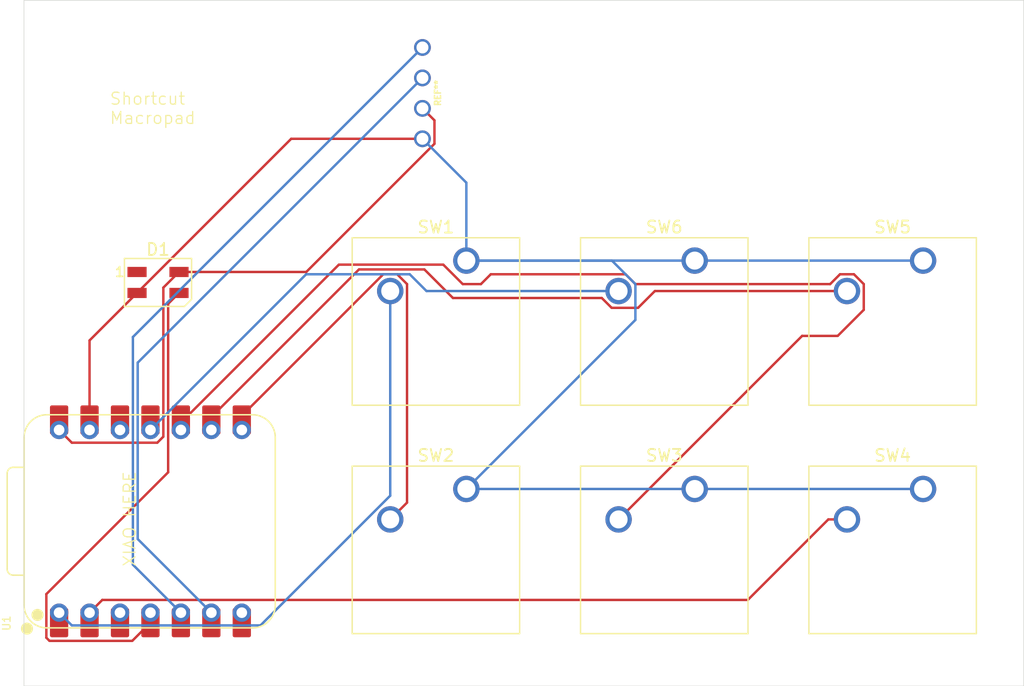
<source format=kicad_pcb>
(kicad_pcb (version 20241229) (generator "pcbnew") (generator_version "9.0")
  (layers (0 "F.Cu" signal) (2 "B.Cu" signal) (13 "F.Paste" user) (15 "B.Paste" user) (5 "F.SilkS" user "F.Silkscreen") (7 "B.SilkS" user "B.Silkscreen") (1 "F.Mask" user) (3 "B.Mask" user) (25 "Edge.Cuts" user))
  (net 0 "")
  (net 1 "+5V")
  (net 2 "Net-(D1-DIN)")
  (net 3 "GND")
  (net 5 "Net-(OL1-SCL)")
  (net 6 "Net-(OL1-SDA)")
  (net 7 "Net-(U1-GPIO26{slash}ADC0{slash}A0)")
  (net 8 "Net-(U1-GPIO1{slash}RX)")
  (net 9 "Net-(U1-GPIO4{slash}MISO)")
  (net 10 "Net-(U1-GPIO27{slash}ADC1{slash}A1)")
  (net 11 "Net-(U1-GPIO2{slash}SCK)")
  (net 12 "Net-(U1-GPIO3{slash}MOSI)")
  (footprint "Button_Switch_Keyboard:SW_Cherry_MX_1.00u_PCB" (layer "F.Cu") (at 140.6525 116.36375)
    (property "Reference" "SW3" (at -2.54 -2.794 0) (layer "F.SilkS"))
    (property "Value" "SW_Push")
    (fp_line (start -9.525 -1.905) (end 4.445 -1.905) (stroke (width 0.12)) (layer "F.SilkS"))
    (fp_line (start -9.525 12.065) (end -9.525 -1.905) (stroke (width 0.12)) (layer "F.SilkS"))
    (fp_line (start 4.445 -1.905) (end 4.445 12.065) (stroke (width 0.12)) (layer "F.SilkS"))
    (fp_line (start 4.445 12.065) (end -9.525 12.065) (stroke (width 0.12)) (layer "F.SilkS"))
    (pad "" np_thru_hole circle (at -7.62 5.08) (size 1.7 1.7) (drill 1.7) (layers "*.Cu" "*.Mask"))
    (pad "" np_thru_hole circle (at -2.54 5.08) (size 4 4) (drill 4) (layers "*.Cu" "*.Mask"))
    (pad "" np_thru_hole circle (at 2.54 5.08) (size 1.7 1.7) (drill 1.7) (layers "*.Cu" "*.Mask"))
    (pad "1" thru_hole circle (at 0 0) (size 2.2 2.2) (drill 1.5) (layers "*.Cu" "*.Mask") (net 3 "GND"))
    (pad "2" thru_hole circle (at -6.35 2.54) (size 2.2 2.2) (drill 1.5) (layers "*.Cu" "*.Mask") (net 9 "Net-(U1-GPIO4{slash}MISO)"))
  )
  (footprint "Button_Switch_Keyboard:SW_Cherry_MX_1.00u_PCB" (layer "F.Cu") (at 159.7025 116.36375)
    (property "Reference" "SW4" (at -2.54 -2.794 0) (layer "F.SilkS"))
    (property "Value" "SW_Push")
    (fp_line (start -9.525 -1.905) (end 4.445 -1.905) (stroke (width 0.12)) (layer "F.SilkS"))
    (fp_line (start -9.525 12.065) (end -9.525 -1.905) (stroke (width 0.12)) (layer "F.SilkS"))
    (fp_line (start 4.445 -1.905) (end 4.445 12.065) (stroke (width 0.12)) (layer "F.SilkS"))
    (fp_line (start 4.445 12.065) (end -9.525 12.065) (stroke (width 0.12)) (layer "F.SilkS"))
    (pad "" np_thru_hole circle (at -7.62 5.08) (size 1.7 1.7) (drill 1.7) (layers "*.Cu" "*.Mask"))
    (pad "" np_thru_hole circle (at -2.54 5.08) (size 4 4) (drill 4) (layers "*.Cu" "*.Mask"))
    (pad "" np_thru_hole circle (at 2.54 5.08) (size 1.7 1.7) (drill 1.7) (layers "*.Cu" "*.Mask"))
    (pad "1" thru_hole circle (at 0 0) (size 2.2 2.2) (drill 1.5) (layers "*.Cu" "*.Mask") (net 3 "GND"))
    (pad "2" thru_hole circle (at -6.35 2.54) (size 2.2 2.2) (drill 1.5) (layers "*.Cu" "*.Mask") (net 10 "Net-(U1-GPIO27{slash}ADC1{slash}A1)"))
  )
  (footprint "Button_Switch_Keyboard:SW_Cherry_MX_1.00u_PCB" (layer "F.Cu") (at 159.7025 97.31375)
    (property "Reference" "SW5" (at -2.54 -2.794 0) (layer "F.SilkS"))
    (property "Value" "SW_Push")
    (fp_line (start -9.525 -1.905) (end 4.445 -1.905) (stroke (width 0.12)) (layer "F.SilkS"))
    (fp_line (start -9.525 12.065) (end -9.525 -1.905) (stroke (width 0.12)) (layer "F.SilkS"))
    (fp_line (start 4.445 -1.905) (end 4.445 12.065) (stroke (width 0.12)) (layer "F.SilkS"))
    (fp_line (start 4.445 12.065) (end -9.525 12.065) (stroke (width 0.12)) (layer "F.SilkS"))
    (pad "" np_thru_hole circle (at -7.62 5.08) (size 1.7 1.7) (drill 1.7) (layers "*.Cu" "*.Mask"))
    (pad "" np_thru_hole circle (at -2.54 5.08) (size 4 4) (drill 4) (layers "*.Cu" "*.Mask"))
    (pad "" np_thru_hole circle (at 2.54 5.08) (size 1.7 1.7) (drill 1.7) (layers "*.Cu" "*.Mask"))
    (pad "1" thru_hole circle (at 0 0) (size 2.2 2.2) (drill 1.5) (layers "*.Cu" "*.Mask") (net 3 "GND"))
    (pad "2" thru_hole circle (at -6.35 2.54) (size 2.2 2.2) (drill 1.5) (layers "*.Cu" "*.Mask") (net 11 "Net-(U1-GPIO2{slash}SCK)"))
  )
  (footprint "OLED LIB:OLED" (layer "F.Cu") (at 117.94125 83.34375 -90)
    (property "Reference" "OL1")
    (property "Value" "OLED" (hide yes))
    (fp_text user "REF**" (at -0.01 -1.28 90) (layer "F.SilkS") (effects (font (size 0.5 0.5) (thickness 0.125) (bold yes))))
    (pad "1" thru_hole circle (at -3.81 0 270) (size 1.4 1.4) (drill 1) (layers "*.Cu" "*.Mask") (net 6 "Net-(OL1-SDA)"))
    (pad "2" thru_hole circle (at -1.27 0 270) (size 1.4 1.4) (drill 1) (layers "*.Cu" "*.Mask") (net 5 "Net-(OL1-SCL)"))
    (pad "3" thru_hole circle (at 1.27 0 270) (size 1.4 1.4) (drill 1) (layers "*.Cu" "*.Mask") (net 1 "+5V"))
    (pad "4" thru_hole circle (at 3.81 0 270) (size 1.4 1.4) (drill 1) (layers "*.Cu" "*.Mask") (net 3 "GND"))
  )
  (footprint "Button_Switch_Keyboard:SW_Cherry_MX_1.00u_PCB" (layer "F.Cu") (at 140.6525 97.31375)
    (property "Reference" "SW6" (at -2.54 -2.794 0) (layer "F.SilkS"))
    (property "Value" "SW_Push")
    (fp_line (start -9.525 -1.905) (end 4.445 -1.905) (stroke (width 0.12)) (layer "F.SilkS"))
    (fp_line (start -9.525 12.065) (end -9.525 -1.905) (stroke (width 0.12)) (layer "F.SilkS"))
    (fp_line (start 4.445 -1.905) (end 4.445 12.065) (stroke (width 0.12)) (layer "F.SilkS"))
    (fp_line (start 4.445 12.065) (end -9.525 12.065) (stroke (width 0.12)) (layer "F.SilkS"))
    (pad "" np_thru_hole circle (at -7.62 5.08) (size 1.7 1.7) (drill 1.7) (layers "*.Cu" "*.Mask"))
    (pad "" np_thru_hole circle (at -2.54 5.08) (size 4 4) (drill 4) (layers "*.Cu" "*.Mask"))
    (pad "" np_thru_hole circle (at 2.54 5.08) (size 1.7 1.7) (drill 1.7) (layers "*.Cu" "*.Mask"))
    (pad "1" thru_hole circle (at 0 0) (size 2.2 2.2) (drill 1.5) (layers "*.Cu" "*.Mask") (net 3 "GND"))
    (pad "2" thru_hole circle (at -6.35 2.54) (size 2.2 2.2) (drill 1.5) (layers "*.Cu" "*.Mask") (net 12 "Net-(U1-GPIO3{slash}MOSI)"))
  )
  (footprint "OPL Footprint:XIAO-RP2040-DIP" (layer "F.Cu") (at 95.25 119.0625 90)
    (property "Reference" "U1" (at -8.5 -12 90) (layer "F.SilkS") (effects (font (size 0.635 0.635) (thickness 0.1016))))
    (property "Value" "XIAO-RP2040-DIP")
    (fp_line (start -3.991272 -11.951) (end 4.004 -11.951) (stroke (width 0.127)) (layer "F.SilkS"))
    (fp_line (start 4.504 -11.451) (end 4.504 -10.541) (stroke (width 0.127)) (layer "F.SilkS"))
    (fp_line (start 6.985 -10.541) (end -6.985 -10.541) (stroke (width 0.1)) (layer "F.SilkS"))
    (fp_line (start 6.985 -10.541) (end -6.985 -10.541) (stroke (width 0.127)) (layer "F.SilkS"))
    (fp_line (start -4.495 -10.541) (end -4.491272 -11.451272) (stroke (width 0.127)) (layer "F.SilkS"))
    (fp_line (start 8.89 8.509) (end 8.89 -8.636) (stroke (width 0.127)) (layer "F.SilkS"))
    (fp_line (start -8.89 8.509) (end -8.89 -8.636) (stroke (width 0.127)) (layer "F.SilkS"))
    (fp_line (start -6.985 10.414) (end 6.985 10.414) (stroke (width 0.127)) (layer "F.SilkS"))
    (fp_arc (start 4.004 -11.951) (mid 4.357553 -11.804553) (end 4.504 -11.451) (stroke (width 0.127)) (layer "F.SilkS"))
    (fp_arc (start -4.491272 -11.451272) (mid -4.344728 -11.80464) (end -3.991272 -11.951) (stroke (width 0.127)) (layer "F.SilkS"))
    (fp_arc (start 6.985 -10.541) (mid 8.332038 -9.983038) (end 8.89 -8.636) (stroke (width 0.127)) (layer "F.SilkS"))
    (fp_arc (start -8.89 -8.636) (mid -8.332038 -9.983038) (end -6.985 -10.541) (stroke (width 0.127)) (layer "F.SilkS"))
    (fp_arc (start 8.89 8.509) (mid 8.332038 9.856038) (end 6.985 10.414) (stroke (width 0.127)) (layer "F.SilkS"))
    (fp_arc (start -6.985 10.414) (mid -8.332038 9.856038) (end -8.89 8.509) (stroke (width 0.127)) (layer "F.SilkS"))
    (fp_circle (center -8.95 -10.3) (end -8.95 -10.554) (stroke (width 0.5)) (fill yes) (layer "F.SilkS"))
    (fp_circle (center -7.807 -9.42) (end -7.807 -9.674) (stroke (width 0.5)) (fill yes) (layer "F.SilkS"))
    (pad "1" smd roundrect (at -8.455 -7.62 270) (size 2.432 1.524) (layers "F.Cu" "F.Mask") (roundrect_rratio 0.1) (net 7 "Net-(U1-GPIO26{slash}ADC0{slash}A0)"))
    (pad "1" thru_hole circle (at -7.62 -7.62 270) (size 1.524 1.524) (drill 0.889) (layers "*.Cu" "*.Mask") (net 7 "Net-(U1-GPIO26{slash}ADC0{slash}A0)"))
    (pad "2" smd roundrect (at -8.455 -5.08 270) (size 2.432 1.524) (layers "F.Cu" "F.Mask") (roundrect_rratio 0.1) (net 10 "Net-(U1-GPIO27{slash}ADC1{slash}A1)"))
    (pad "2" thru_hole circle (at -7.62 -5.08 270) (size 1.524 1.524) (drill 0.889) (layers "*.Cu" "*.Mask") (net 10 "Net-(U1-GPIO27{slash}ADC1{slash}A1)"))
    (pad "3" smd roundrect (at -8.455 -2.54 270) (size 2.432 1.524) (layers "F.Cu" "F.Mask") (roundrect_rratio 0.1))
    (pad "3" thru_hole circle (at -7.62 -2.54 270) (size 1.524 1.524) (drill 0.889) (layers "*.Cu" "*.Mask"))
    (pad "4" smd roundrect (at -8.455 0 270) (size 2.432 1.524) (layers "F.Cu" "F.Mask") (roundrect_rratio 0.1) (net 2 "Net-(D1-DIN)"))
    (pad "4" thru_hole circle (at -7.62 0 270) (size 1.524 1.524) (drill 0.889) (layers "*.Cu" "*.Mask") (net 2 "Net-(D1-DIN)"))
    (pad "5" smd roundrect (at -8.455 2.54 270) (size 2.432 1.524) (layers "F.Cu" "F.Mask") (roundrect_rratio 0.1) (net 6 "Net-(OL1-SDA)"))
    (pad "5" thru_hole circle (at -7.62 2.54 270) (size 1.524 1.524) (drill 0.889) (layers "*.Cu" "*.Mask") (net 6 "Net-(OL1-SDA)"))
    (pad "6" smd roundrect (at -8.455 5.08 270) (size 2.432 1.524) (layers "F.Cu" "F.Mask") (roundrect_rratio 0.1) (net 5 "Net-(OL1-SCL)"))
    (pad "6" thru_hole circle (at -7.62 5.08 270) (size 1.524 1.524) (drill 0.889) (layers "*.Cu" "*.Mask") (net 5 "Net-(OL1-SCL)"))
    (pad "7" smd roundrect (at -8.455 7.62 270) (size 2.432 1.524) (layers "F.Cu" "F.Mask") (roundrect_rratio 0.1))
    (pad "7" thru_hole circle (at -7.62 7.62 270) (size 1.524 1.524) (drill 0.889) (layers "*.Cu" "*.Mask"))
    (pad "8" thru_hole circle (at 7.62 7.62 90) (size 1.524 1.524) (drill 0.889) (layers "*.Cu" "*.Mask") (net 8 "Net-(U1-GPIO1{slash}RX)"))
    (pad "8" smd roundrect (at 8.455 7.62 90) (size 2.432 1.524) (layers "F.Cu" "F.Mask") (roundrect_rratio 0.1) (net 8 "Net-(U1-GPIO1{slash}RX)"))
    (pad "9" thru_hole circle (at 7.62 5.08 90) (size 1.524 1.524) (drill 0.889) (layers "*.Cu" "*.Mask") (net 11 "Net-(U1-GPIO2{slash}SCK)"))
    (pad "9" smd roundrect (at 8.455 5.08 90) (size 2.432 1.524) (layers "F.Cu" "F.Mask") (roundrect_rratio 0.1) (net 11 "Net-(U1-GPIO2{slash}SCK)"))
    (pad "10" thru_hole circle (at 7.62 2.54 90) (size 1.524 1.524) (drill 0.889) (layers "*.Cu" "*.Mask") (net 9 "Net-(U1-GPIO4{slash}MISO)"))
    (pad "10" smd roundrect (at 8.455 2.54 90) (size 2.432 1.524) (layers "F.Cu" "F.Mask") (roundrect_rratio 0.1) (net 9 "Net-(U1-GPIO4{slash}MISO)"))
    (pad "11" thru_hole circle (at 7.62 0 90) (size 1.524 1.524) (drill 0.889) (layers "*.Cu" "*.Mask") (net 12 "Net-(U1-GPIO3{slash}MOSI)"))
    (pad "11" smd roundrect (at 8.455 0 90) (size 2.432 1.524) (layers "F.Cu" "F.Mask") (roundrect_rratio 0.1) (net 12 "Net-(U1-GPIO3{slash}MOSI)"))
    (pad "12" thru_hole circle (at 7.62 -2.54 90) (size 1.524 1.524) (drill 0.889) (layers "*.Cu" "*.Mask"))
    (pad "12" smd roundrect (at 8.455 -2.54 90) (size 2.432 1.524) (layers "F.Cu" "F.Mask") (roundrect_rratio 0.1))
    (pad "13" thru_hole circle (at 7.62 -5.08 90) (size 1.524 1.524) (drill 0.889) (layers "*.Cu" "*.Mask") (net 3 "GND"))
    (pad "13" smd roundrect (at 8.455 -5.08 90) (size 2.432 1.524) (layers "F.Cu" "F.Mask") (roundrect_rratio 0.1) (net 3 "GND"))
    (pad "14" thru_hole circle (at 7.62 -7.62 90) (size 1.524 1.524) (drill 0.889) (layers "*.Cu" "*.Mask") (net 1 "+5V"))
    (pad "14" smd roundrect (at 8.455 -7.62 90) (size 2.432 1.524) (layers "F.Cu" "F.Mask") (roundrect_rratio 0.1) (net 1 "+5V"))
  )
  (footprint "LED_SMD:LED_SK6812MINI_PLCC4_3.5x3.5mm_P1.75mm" (layer "F.Cu") (at 95.88125 99.1375)
    (property "Reference" "D1" (at 0 -2.75 0) (layer "F.SilkS"))
    (property "Value" "SK6812MINI")
    (fp_line (start -2.8 -2) (end -2.8 2) (stroke (width 0.12)) (layer "F.SilkS"))
    (fp_line (start -2.8 -2) (end 2.8 -2) (stroke (width 0.12)) (layer "F.SilkS"))
    (fp_line (start -2.8 2) (end 2.2 2) (stroke (width 0.12)) (layer "F.SilkS"))
    (fp_line (start 2.8 1.4) (end 2.2 2) (stroke (width 0.12)) (layer "F.SilkS"))
    (fp_line (start 2.8 1.4) (end 2.8 -2) (stroke (width 0.12)) (layer "F.SilkS"))
    (fp_text user "1" (at -3.2 -0.875 0) (layer "F.SilkS") (effects (font (size 0.8 0.8))))
    (pad "1" smd rect (at -1.75 -0.875) (size 1.6 0.85) (layers "F.Cu" "F.Mask" "F.Paste"))
    (pad "2" smd rect (at -1.75 0.875) (size 1.6 0.85) (layers "F.Cu" "F.Mask" "F.Paste") (net 3 "GND"))
    (pad "3" smd rect (at 1.75 0.875) (size 1.6 0.85) (layers "F.Cu" "F.Mask" "F.Paste") (net 2 "Net-(D1-DIN)"))
    (pad "4" smd rect (at 1.75 -0.875) (size 1.6 0.85) (layers "F.Cu" "F.Mask" "F.Paste") (net 1 "+5V"))
  )
  (footprint "Button_Switch_Keyboard:SW_Cherry_MX_1.00u_PCB" (layer "F.Cu") (at 121.6025 97.31375)
    (property "Reference" "SW1" (at -2.54 -2.794 0) (layer "F.SilkS"))
    (property "Value" "SW_Push")
    (fp_line (start -9.525 -1.905) (end 4.445 -1.905) (stroke (width 0.12)) (layer "F.SilkS"))
    (fp_line (start -9.525 12.065) (end -9.525 -1.905) (stroke (width 0.12)) (layer "F.SilkS"))
    (fp_line (start 4.445 -1.905) (end 4.445 12.065) (stroke (width 0.12)) (layer "F.SilkS"))
    (fp_line (start 4.445 12.065) (end -9.525 12.065) (stroke (width 0.12)) (layer "F.SilkS"))
    (pad "" np_thru_hole circle (at -7.62 5.08) (size 1.7 1.7) (drill 1.7) (layers "*.Cu" "*.Mask"))
    (pad "" np_thru_hole circle (at -2.54 5.08) (size 4 4) (drill 4) (layers "*.Cu" "*.Mask"))
    (pad "" np_thru_hole circle (at 2.54 5.08) (size 1.7 1.7) (drill 1.7) (layers "*.Cu" "*.Mask"))
    (pad "1" thru_hole circle (at 0 0) (size 2.2 2.2) (drill 1.5) (layers "*.Cu" "*.Mask") (net 3 "GND"))
    (pad "2" thru_hole circle (at -6.35 2.54) (size 2.2 2.2) (drill 1.5) (layers "*.Cu" "*.Mask") (net 7 "Net-(U1-GPIO26{slash}ADC0{slash}A0)"))
  )
  (footprint "Button_Switch_Keyboard:SW_Cherry_MX_1.00u_PCB" (layer "F.Cu") (at 121.6025 116.36375)
    (property "Reference" "SW2" (at -2.54 -2.794 0) (layer "F.SilkS"))
    (property "Value" "SW_Push")
    (fp_line (start -9.525 -1.905) (end 4.445 -1.905) (stroke (width 0.12)) (layer "F.SilkS"))
    (fp_line (start -9.525 12.065) (end -9.525 -1.905) (stroke (width 0.12)) (layer "F.SilkS"))
    (fp_line (start 4.445 -1.905) (end 4.445 12.065) (stroke (width 0.12)) (layer "F.SilkS"))
    (fp_line (start 4.445 12.065) (end -9.525 12.065) (stroke (width 0.12)) (layer "F.SilkS"))
    (pad "" np_thru_hole circle (at -7.62 5.08) (size 1.7 1.7) (drill 1.7) (layers "*.Cu" "*.Mask"))
    (pad "" np_thru_hole circle (at -2.54 5.08) (size 4 4) (drill 4) (layers "*.Cu" "*.Mask"))
    (pad "" np_thru_hole circle (at 2.54 5.08) (size 1.7 1.7) (drill 1.7) (layers "*.Cu" "*.Mask"))
    (pad "1" thru_hole circle (at 0 0) (size 2.2 2.2) (drill 1.5) (layers "*.Cu" "*.Mask") (net 3 "GND"))
    (pad "2" thru_hole circle (at -6.35 2.54) (size 2.2 2.2) (drill 1.5) (layers "*.Cu" "*.Mask") (net 8 "Net-(U1-GPIO1{slash}RX)"))
  )
  (gr_rect (start 84.7 75.6) (end 168.1 132.8) (stroke (width 0.05)) (fill no) (layer "Edge.Cuts"))
  (gr_text "Shortcut \nMacropad" (at 91.8 86 0) (layer "F.SilkS") (effects (font (size 1 1) (thickness 0.1)) (justify left bottom)))
  (gr_text "XIAO HERE\n" (at 94.1 122.9 90) (layer "F.SilkS") (effects (font (size 1 1) (thickness 0.1)) (justify left bottom)))
  (segment (start 96.326 99.56775) (end 97.63125 98.2625) (width 0.2) (layer "F.Cu") (net 1))
  (segment (start 117.94125 84.61375) (end 118.94225 85.61475) (width 0.2) (layer "F.Cu") (net 1))
  (segment (start 88.693 112.5055) (end 95.8205 112.5055) (width 0.2) (layer "F.Cu") (net 1))
  (segment (start 87.63 111.4425) (end 88.693 112.5055) (width 0.2) (layer "F.Cu") (net 1))
  (segment (start 96.326 112) (end 96.326 99.56775) (width 0.2) (layer "F.Cu") (net 1))
  (segment (start 118.94225 87.568378) (end 108.248128 98.2625) (width 0.2) (layer "F.Cu") (net 1))
  (segment (start 108.248128 98.2625) (end 97.63125 98.2625) (width 0.2) (layer "F.Cu") (net 1))
  (segment (start 118.94225 85.61475) (end 118.94225 87.568378) (width 0.2) (layer "F.Cu") (net 1))
  (segment (start 95.8205 112.5055) (end 96.326 112) (width 0.2) (layer "F.Cu") (net 1))
  (segment (start 96.727 114.973) (end 96.727 100.91675) (width 0.2) (layer "F.Cu") (net 2))
  (segment (start 86.567 128.773126) (end 86.567 125.133) (width 0.2) (layer "F.Cu") (net 2))
  (segment (start 96.727 100.91675) (end 97.63125 100.0125) (width 0.2) (layer "F.Cu") (net 2))
  (segment (start 86.828374 129.0345) (end 86.567 128.773126) (width 0.2) (layer "F.Cu") (net 2))
  (segment (start 93.733 129.0345) (end 86.828374 129.0345) (width 0.2) (layer "F.Cu") (net 2))
  (segment (start 95.25 127.5175) (end 93.733 129.0345) (width 0.2) (layer "F.Cu") (net 2))
  (segment (start 86.567 125.133) (end 96.727 114.973) (width 0.2) (layer "F.Cu") (net 2))
  (segment (start 94.13125 100.0125) (end 106.99 87.15375) (width 0.2) (layer "F.Cu") (net 3))
  (segment (start 106.99 87.15375) (end 117.94125 87.15375) (width 0.2) (layer "F.Cu") (net 3))
  (segment (start 90.17 111.4425) (end 90.17 103.97375) (width 0.2) (layer "F.Cu") (net 3))
  (segment (start 90.17 103.97375) (end 94.13125 100.0125) (width 0.2) (layer "F.Cu") (net 3))
  (segment (start 159.7025 116.36375) (end 140.6525 116.36375) (width 0.2) (layer "B.Cu") (net 3))
  (segment (start 135.7035 102.26275) (end 135.7035 99.273436) (width 0.2) (layer "B.Cu") (net 3))
  (segment (start 140.6525 97.31375) (end 121.6025 97.31375) (width 0.2) (layer "B.Cu") (net 3))
  (segment (start 140.6525 116.36375) (end 121.6025 116.36375) (width 0.2) (layer "B.Cu") (net 3))
  (segment (start 135.7035 99.273436) (end 133.743814 97.31375) (width 0.2) (layer "B.Cu") (net 3))
  (segment (start 121.6025 116.36375) (end 135.7035 102.26275) (width 0.2) (layer "B.Cu") (net 3))
  (segment (start 159.7025 97.31375) (end 140.6525 97.31375) (width 0.2) (layer "B.Cu") (net 3))
  (segment (start 121.6025 97.31375) (end 121.6025 90.815) (width 0.2) (layer "B.Cu") (net 3))
  (segment (start 133.743814 97.31375) (end 121.6025 97.31375) (width 0.2) (layer "B.Cu") (net 3))
  (segment (start 121.6025 90.815) (end 117.94125 87.15375) (width 0.2) (layer "B.Cu") (net 3))
  (segment (start 94.187 105.828) (end 94.187 120.5395) (width 0.2) (layer "B.Cu") (net 5))
  (segment (start 94.187 120.5395) (end 100.33 126.6825) (width 0.2) (layer "B.Cu") (net 5))
  (segment (start 117.94125 82.07375) (end 94.187 105.828) (width 0.2) (layer "B.Cu") (net 5))
  (segment (start 93.786 122.6785) (end 97.79 126.6825) (width 0.2) (layer "B.Cu") (net 6))
  (segment (start 117.94125 79.53375) (end 93.786 103.689) (width 0.2) (layer "B.Cu") (net 6))
  (segment (start 93.786 103.689) (end 93.786 122.6785) (width 0.2) (layer "B.Cu") (net 6))
  (segment (start 115.2525 116.922436) (end 104.429436 127.7455) (width 0.2) (layer "B.Cu") (net 7))
  (segment (start 115.2525 99.85375) (end 115.2525 116.922436) (width 0.2) (layer "B.Cu") (net 7))
  (segment (start 88.693 127.7455) (end 87.63 126.6825) (width 0.2) (layer "B.Cu") (net 7))
  (segment (start 104.429436 127.7455) (end 88.693 127.7455) (width 0.2) (layer "B.Cu") (net 7))
  (segment (start 115.832814 98.45275) (end 116.6535 99.273436) (width 0.2) (layer "F.Cu") (net 8))
  (segment (start 102.87 110.254936) (end 114.672186 98.45275) (width 0.2) (layer "F.Cu") (net 8))
  (segment (start 102.87 111.4425) (end 102.87 110.254936) (width 0.2) (layer "F.Cu") (net 8))
  (segment (start 116.6535 99.273436) (end 116.6535 117.50275) (width 0.2) (layer "F.Cu") (net 8))
  (segment (start 116.6535 117.50275) (end 115.2525 118.90375) (width 0.2) (layer "F.Cu") (net 8))
  (segment (start 114.672186 98.45275) (end 115.832814 98.45275) (width 0.2) (layer "F.Cu") (net 8))
  (segment (start 154.7535 99.273436) (end 154.7535 101.42122) (width 0.2) (layer "F.Cu") (net 9))
  (segment (start 134.882814 98.45275) (end 135.7035 99.273436) (width 0.2) (layer "F.Cu") (net 9))
  (segment (start 97.79 110.828874) (end 110.968124 97.65075) (width 0.2) (layer "F.Cu") (net 9))
  (segment (start 149.6115 103.59475) (end 134.3025 118.90375) (width 0.2) (layer "F.Cu") (net 9))
  (segment (start 152.772186 98.45275) (end 153.932814 98.45275) (width 0.2) (layer "F.Cu") (net 9))
  (segment (start 123.639942 98.45275) (end 134.882814 98.45275) (width 0.2) (layer "F.Cu") (net 9))
  (segment (start 122.819256 99.273436) (end 123.639942 98.45275) (width 0.2) (layer "F.Cu") (net 9))
  (segment (start 110.968124 97.65075) (end 119.677314 97.65075) (width 0.2) (layer "F.Cu") (net 9))
  (segment (start 151.9515 99.273436) (end 152.772186 98.45275) (width 0.2) (layer "F.Cu") (net 9))
  (segment (start 152.57997 103.59475) (end 149.6115 103.59475) (width 0.2) (layer "F.Cu") (net 9))
  (segment (start 97.79 111.4425) (end 97.79 110.828874) (width 0.2) (layer "F.Cu") (net 9))
  (segment (start 119.677314 97.65075) (end 121.3 99.273436) (width 0.2) (layer "F.Cu") (net 9))
  (segment (start 154.7535 101.42122) (end 152.57997 103.59475) (width 0.2) (layer "F.Cu") (net 9))
  (segment (start 121.3 99.273436) (end 122.819256 99.273436) (width 0.2) (layer "F.Cu") (net 9))
  (segment (start 135.7035 99.273436) (end 151.9515 99.273436) (width 0.2) (layer "F.Cu") (net 9))
  (segment (start 153.932814 98.45275) (end 154.7535 99.273436) (width 0.2) (layer "F.Cu") (net 9))
  (segment (start 90.17 126.6825) (end 91.233 125.6195) (width 0.2) (layer "F.Cu") (net 10))
  (segment (start 91.233 125.6195) (end 145.081116 125.6195) (width 0.2) (layer "F.Cu") (net 10))
  (segment (start 145.081116 125.6195) (end 151.796866 118.90375) (width 0.2) (layer "F.Cu") (net 10))
  (segment (start 151.796866 118.90375) (end 153.3525 118.90375) (width 0.2) (layer "F.Cu") (net 10))
  (segment (start 112.64312 98.05175) (end 118.10203 98.05175) (width 0.2) (layer "F.Cu") (net 11))
  (segment (start 100.33 111.4425) (end 100.33 110.36487) (width 0.2) (layer "F.Cu") (net 11))
  (segment (start 135.926684 101.25475) (end 137.327684 99.85375) (width 0.2) (layer "F.Cu") (net 11))
  (segment (start 133.722186 101.25475) (end 135.926684 101.25475) (width 0.2) (layer "F.Cu") (net 11))
  (segment (start 100.33 110.36487) (end 112.64312 98.05175) (width 0.2) (layer "F.Cu") (net 11))
  (segment (start 120.484344 100.434064) (end 132.9015 100.434064) (width 0.2) (layer "F.Cu") (net 11))
  (segment (start 137.327684 99.85375) (end 153.3525 99.85375) (width 0.2) (layer "F.Cu") (net 11))
  (segment (start 118.10203 98.05175) (end 120.484344 100.434064) (width 0.2) (layer "F.Cu") (net 11))
  (segment (start 132.9015 100.434064) (end 133.722186 101.25475) (width 0.2) (layer "F.Cu") (net 11))
  (segment (start 118.277684 99.85375) (end 116.876684 98.45275) (width 0.2) (layer "B.Cu") (net 12))
  (segment (start 134.3025 99.85375) (end 118.277684 99.85375) (width 0.2) (layer "B.Cu") (net 12))
  (segment (start 108.23975 98.45275) (end 95.25 111.4425) (width 0.2) (layer "B.Cu") (net 12))
  (segment (start 116.876684 98.45275) (end 108.23975 98.45275) (width 0.2) (layer "B.Cu") (net 12))
)
</source>
